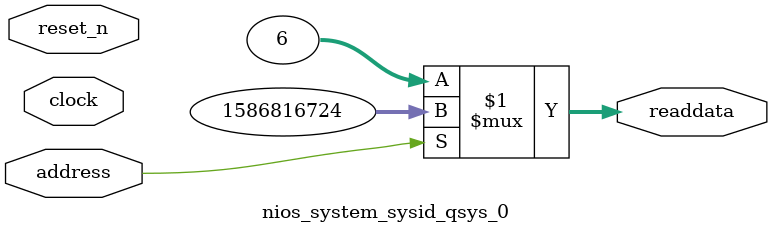
<source format=v>



// synthesis translate_off
`timescale 1ns / 1ps
// synthesis translate_on

// turn off superfluous verilog processor warnings 
// altera message_level Level1 
// altera message_off 10034 10035 10036 10037 10230 10240 10030 

module nios_system_sysid_qsys_0 (
               // inputs:
                address,
                clock,
                reset_n,

               // outputs:
                readdata
             )
;

  output  [ 31: 0] readdata;
  input            address;
  input            clock;
  input            reset_n;

  wire    [ 31: 0] readdata;
  //control_slave, which is an e_avalon_slave
  assign readdata = address ? 1586816724 : 6;

endmodule



</source>
